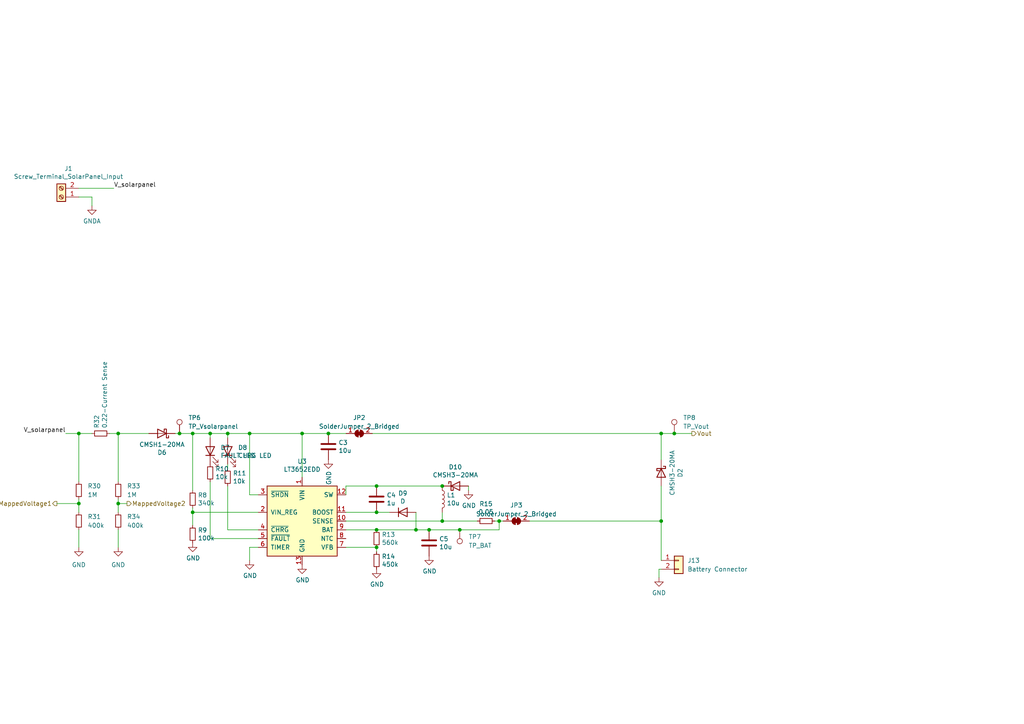
<source format=kicad_sch>
(kicad_sch (version 20211123) (generator eeschema)
  (paper "A4")
  (lib_symbols
    (symbol "Battery_Management:LT3652EDD" (pin_names (offset 1.016))
      (property "Reference" "U" (at -8.382 11.43 0))
      (property "Value" "LT3652EDD" (at 1.778 11.684 0))
      (symbol "LT3652EDD_0_1"
        (rectangle (start -10.16 10.16) (end 10.16 -10.16) (stroke (width 0.254)) (fill (type background)))
      )
      (symbol "LT3652EDD_1_1"
        (pin power_in line (at 0 12.7 270) (length 2.54) (name "VIN") (number "1"))
        (pin input line (at 12.7 0 180) (length 2.54) (name "SENSE") (number "10"))
        (pin input line (at 12.7 2.54 180) (length 2.54) (name "BOOST") (number "11"))
        (pin output line (at 12.7 7.62 180) (length 2.54) (name "SW") (number "12"))
        (pin power_in line (at 0 -12.7 90) (length 2.54) (name "GND") (number "13"))
        (pin input line (at -12.7 2.54 0) (length 2.54) (name "VIN_REG") (number "2"))
        (pin input line (at -12.7 7.62 0) (length 2.54) (name "~{SHDN}") (number "3"))
        (pin open_collector line (at -12.7 -2.54 0) (length 2.54) (name "~{CHRG}") (number "4"))
        (pin open_collector line (at -12.7 -5.08 0) (length 2.54) (name "~{FAULT}") (number "5"))
        (pin output line (at -12.7 -7.62 0) (length 2.54) (name "TIMER") (number "6"))
        (pin input line (at 12.7 -7.62 180) (length 2.54) (name "VFB") (number "7"))
        (pin input line (at 12.7 -5.08 180) (length 2.54) (name "NTC") (number "8"))
        (pin output line (at 12.7 -2.54 180) (length 2.54) (name "BAT") (number "9"))
      )
    )
    (symbol "Connector:Screw_Terminal_01x02" (pin_names (offset 1.016) hide)
      (property "Reference" "J" (at 0 2.54 0))
      (property "Value" "Screw_Terminal_01x02" (at 0 -5.08 0))
      (symbol "Screw_Terminal_01x02_1_1"
        (rectangle (start -1.27 1.27) (end 1.27 -3.81) (stroke (width 0.254)) (fill (type background)))
        (circle (center 0 -2.54) (radius 0.635) (stroke (width 0.1524)))
        (polyline (pts (xy -0.5334 -2.2098) (xy 0.3302 -3.048)) (stroke (width 0.1524)))
        (polyline (pts (xy -0.5334 0.3302) (xy 0.3302 -0.508)) (stroke (width 0.1524)))
        (polyline (pts (xy -0.3556 -2.032) (xy 0.508 -2.8702)) (stroke (width 0.1524)))
        (polyline (pts (xy -0.3556 0.508) (xy 0.508 -0.3302)) (stroke (width 0.1524)))
        (circle (center 0 0) (radius 0.635) (stroke (width 0.1524)))
        (pin passive line (at -5.08 0 0) (length 3.81) (name "Pin_1") (number "1"))
        (pin passive line (at -5.08 -2.54 0) (length 3.81) (name "Pin_2") (number "2"))
      )
    )
    (symbol "Connector:TestPoint" (pin_numbers hide) (pin_names (offset 0.762) hide)
      (property "Reference" "TP" (at 0 6.858 0))
      (property "Value" "TestPoint" (at 0 5.08 0))
      (symbol "TestPoint_0_1"
        (circle (center 0 3.302) (radius 0.762))
      )
      (symbol "TestPoint_1_1"
        (pin passive line (at 0 0 90) (length 2.54) (name "1") (number "1"))
      )
    )
    (symbol "Connector_Generic:Conn_01x02" (pin_names (offset 1.016) hide)
      (property "Reference" "J" (at 0 2.54 0))
      (property "Value" "Conn_01x02" (at 0 -5.08 0))
      (symbol "Conn_01x02_1_1"
        (rectangle (start -1.27 -2.413) (end 0 -2.667) (stroke (width 0.1524)))
        (rectangle (start -1.27 0.127) (end 0 -0.127) (stroke (width 0.1524)))
        (rectangle (start -1.27 1.27) (end 1.27 -3.81) (stroke (width 0.254)) (fill (type background)))
        (pin passive line (at -5.08 0 0) (length 3.81) (name "Pin_1") (number "1"))
        (pin passive line (at -5.08 -2.54 0) (length 3.81) (name "Pin_2") (number "2"))
      )
    )
    (symbol "Device:C" (pin_numbers hide) (pin_names (offset 0.254))
      (property "Reference" "C" (at 0.635 2.54 0))
      (property "Value" "C" (at 0.635 -2.54 0))
      (symbol "C_0_1"
        (polyline (pts (xy -2.032 -0.762) (xy 2.032 -0.762)) (stroke (width 0.508)))
        (polyline (pts (xy -2.032 0.762) (xy 2.032 0.762)) (stroke (width 0.508)))
      )
      (symbol "C_1_1"
        (pin passive line (at 0 3.81 270) (length 2.794) (name "~") (number "1"))
        (pin passive line (at 0 -3.81 90) (length 2.794) (name "~") (number "2"))
      )
    )
    (symbol "Device:D" (pin_numbers hide) (pin_names (offset 1.016) hide)
      (property "Reference" "D" (at 0 2.54 0))
      (property "Value" "D" (at 0 -2.54 0))
      (symbol "D_0_1"
        (polyline (pts (xy -1.27 1.27) (xy -1.27 -1.27)) (stroke (width 0.254)))
        (polyline (pts (xy 1.27 0) (xy -1.27 0)))
        (polyline (pts (xy 1.27 1.27) (xy 1.27 -1.27) (xy -1.27 0) (xy 1.27 1.27)) (stroke (width 0.254)))
      )
      (symbol "D_1_1"
        (pin passive line (at -3.81 0 0) (length 2.54) (name "K") (number "1"))
        (pin passive line (at 3.81 0 180) (length 2.54) (name "A") (number "2"))
      )
    )
    (symbol "Device:D_Schottky" (pin_numbers hide) (pin_names (offset 1.016) hide)
      (property "Reference" "D" (at 0 2.54 0))
      (property "Value" "D_Schottky" (at 0 -2.54 0))
      (symbol "D_Schottky_0_1"
        (polyline (pts (xy 1.27 0) (xy -1.27 0)))
        (polyline (pts (xy 1.27 1.27) (xy 1.27 -1.27) (xy -1.27 0) (xy 1.27 1.27)) (stroke (width 0.254)))
        (polyline (pts (xy -1.905 0.635) (xy -1.905 1.27) (xy -1.27 1.27) (xy -1.27 -1.27) (xy -0.635 -1.27) (xy -0.635 -0.635)) (stroke (width 0.254)))
      )
      (symbol "D_Schottky_1_1"
        (pin passive line (at -3.81 0 0) (length 2.54) (name "K") (number "1"))
        (pin passive line (at 3.81 0 180) (length 2.54) (name "A") (number "2"))
      )
    )
    (symbol "Device:L" (pin_numbers hide) (pin_names (offset 1.016) hide)
      (property "Reference" "L" (at -1.27 0 90))
      (property "Value" "L" (at 1.905 0 90))
      (symbol "L_0_1"
        (arc (start 0 -2.54) (mid 0.635 -1.905) (end 0 -1.27))
        (arc (start 0 -1.27) (mid 0.635 -0.635) (end 0 0))
        (arc (start 0 0) (mid 0.635 0.635) (end 0 1.27))
        (arc (start 0 1.27) (mid 0.635 1.905) (end 0 2.54))
      )
      (symbol "L_1_1"
        (pin passive line (at 0 3.81 270) (length 1.27) (name "1") (number "1"))
        (pin passive line (at 0 -3.81 90) (length 1.27) (name "2") (number "2"))
      )
    )
    (symbol "Device:LED" (pin_numbers hide) (pin_names (offset 1.016) hide)
      (property "Reference" "D" (at 0 2.54 0))
      (property "Value" "LED" (at 0 -2.54 0))
      (symbol "LED_0_1"
        (polyline (pts (xy -1.27 -1.27) (xy -1.27 1.27)) (stroke (width 0.254)))
        (polyline (pts (xy -1.27 0) (xy 1.27 0)))
        (polyline (pts (xy 1.27 -1.27) (xy 1.27 1.27) (xy -1.27 0) (xy 1.27 -1.27)) (stroke (width 0.254)))
        (polyline (pts (xy -3.048 -0.762) (xy -4.572 -2.286) (xy -3.81 -2.286) (xy -4.572 -2.286) (xy -4.572 -1.524)))
        (polyline (pts (xy -1.778 -0.762) (xy -3.302 -2.286) (xy -2.54 -2.286) (xy -3.302 -2.286) (xy -3.302 -1.524)))
      )
      (symbol "LED_1_1"
        (pin passive line (at -3.81 0 0) (length 2.54) (name "K") (number "1"))
        (pin passive line (at 3.81 0 180) (length 2.54) (name "A") (number "2"))
      )
    )
    (symbol "Device:R_Small" (pin_numbers hide) (pin_names (offset 0.254) hide)
      (property "Reference" "R" (at 0.762 0.508 0))
      (property "Value" "R_Small" (at 0.762 -1.016 0))
      (symbol "R_Small_0_1"
        (rectangle (start -0.762 1.778) (end 0.762 -1.778) (stroke (width 0.2032)))
      )
      (symbol "R_Small_1_1"
        (pin passive line (at 0 2.54 270) (length 0.762) (name "~") (number "1"))
        (pin passive line (at 0 -2.54 90) (length 0.762) (name "~") (number "2"))
      )
    )
    (symbol "Jumper:SolderJumper_2_Bridged" (pin_names (offset 0) hide)
      (property "Reference" "JP" (at 0 2.032 0))
      (property "Value" "SolderJumper_2_Bridged" (at 0 -2.54 0))
      (symbol "SolderJumper_2_Bridged_0_1"
        (rectangle (start -0.508 0.508) (end 0.508 -0.508) (fill (type outline)))
        (arc (start -0.254 1.016) (mid -1.27 0) (end -0.254 -1.016))
        (arc (start -0.254 1.016) (mid -1.27 0) (end -0.254 -1.016) (fill (type outline)))
        (polyline (pts (xy -0.254 1.016) (xy -0.254 -1.016)))
        (polyline (pts (xy 0.254 1.016) (xy 0.254 -1.016)))
        (arc (start 0.254 -1.016) (mid 1.27 0) (end 0.254 1.016))
        (arc (start 0.254 -1.016) (mid 1.27 0) (end 0.254 1.016) (fill (type outline)))
      )
      (symbol "SolderJumper_2_Bridged_1_1"
        (pin passive line (at -3.81 0 0) (length 2.54) (name "A") (number "1"))
        (pin passive line (at 3.81 0 180) (length 2.54) (name "B") (number "2"))
      )
    )
    (symbol "power:GND" (power) (pin_names (offset 0))
      (property "Value" "GND" (at 0 -3.81 0))
      (symbol "GND_0_1"
        (polyline (pts (xy 0 0) (xy 0 -1.27) (xy 1.27 -1.27) (xy 0 -2.54) (xy -1.27 -1.27) (xy 0 -1.27)))
      )
      (symbol "GND_1_1"
        (pin power_in line (at 0 0 270) (length 0) hide (name "GND") (number "1"))
      )
    )
    (symbol "power:GNDA" (power) (pin_names (offset 0))
      (property "Value" "GNDA" (at 0 -3.81 0))
      (symbol "GNDA_0_1"
        (polyline (pts (xy 0 0) (xy 0 -1.27) (xy 1.27 -1.27) (xy 0 -2.54) (xy -1.27 -1.27) (xy 0 -1.27)))
      )
      (symbol "GNDA_1_1"
        (pin power_in line (at 0 0 270) (length 0) hide (name "GNDA") (number "1"))
      )
    )
  )
  (junction (at 124.46 153.67))
  (junction (at 191.77 125.73))
  (junction (at 195.58 125.73))
  (junction (at 128.27 151.13))
  (junction (at 34.29 146.05))
  (junction (at 109.22 140.97))
  (junction (at 55.88 148.59))
  (junction (at 66.04 125.73))
  (junction (at 22.86 146.05))
  (junction (at 109.22 158.75))
  (junction (at 109.22 153.67))
  (junction (at 52.07 125.73))
  (junction (at 87.63 125.73))
  (junction (at 55.88 125.73))
  (junction (at 128.27 140.97))
  (junction (at 133.35 153.67))
  (junction (at 60.96 125.73))
  (junction (at 191.77 151.13))
  (junction (at 34.29 125.73))
  (junction (at 144.78 151.13))
  (junction (at 22.86 125.73))
  (junction (at 109.22 148.59))
  (junction (at 120.65 153.67))
  (junction (at 95.25 125.73))
  (junction (at 72.39 125.73))
  (wire (pts (xy 100.33 151.13) (xy 128.27 151.13)))
  (wire (pts (xy 153.5684 151.13) (xy 191.77 151.13)))
  (wire (pts (xy 95.25 125.73) (xy 100.3808 125.73)))
  (wire (pts (xy 34.29 125.73) (xy 34.29 139.7)))
  (wire (pts (xy 55.88 125.73) (xy 60.96 125.73)))
  (wire (pts (xy 22.86 146.05) (xy 22.86 148.59)))
  (wire (pts (xy 66.04 140.97) (xy 66.04 153.67)))
  (wire (pts (xy 66.04 125.73) (xy 66.04 127)))
  (wire (pts (xy 120.65 153.67) (xy 120.65 148.59)))
  (wire (pts (xy 128.27 151.13) (xy 138.43 151.13)))
  (wire (pts (xy 60.96 139.7) (xy 60.96 156.21)))
  (wire (pts (xy 74.93 158.75) (xy 72.39 158.75)))
  (wire (pts (xy 22.86 54.61) (xy 33.02 54.61)))
  (wire (pts (xy 143.51 151.13) (xy 144.78 151.13)))
  (wire (pts (xy 100.33 148.59) (xy 109.22 148.59)))
  (wire (pts (xy 191.77 125.73) (xy 191.77 133.35)))
  (wire (pts (xy 34.29 153.67) (xy 34.29 158.75)))
  (wire (pts (xy 66.04 153.67) (xy 74.93 153.67)))
  (wire (pts (xy 113.03 148.59) (xy 109.22 148.59)))
  (wire (pts (xy 133.35 153.67) (xy 144.78 153.67)))
  (wire (pts (xy 100.33 140.97) (xy 109.22 140.97)))
  (wire (pts (xy 19.05 125.73) (xy 22.86 125.73)))
  (wire (pts (xy 124.46 153.67) (xy 133.35 153.67)))
  (wire (pts (xy 34.29 144.78) (xy 34.29 146.05)))
  (wire (pts (xy 55.88 148.59) (xy 55.88 152.4)))
  (wire (pts (xy 109.22 153.67) (xy 120.65 153.67)))
  (wire (pts (xy 109.22 158.75) (xy 100.33 158.75)))
  (wire (pts (xy 191.77 140.97) (xy 191.77 151.13)))
  (wire (pts (xy 66.04 125.73) (xy 72.39 125.73)))
  (wire (pts (xy 191.77 125.73) (xy 195.58 125.73)))
  (wire (pts (xy 191.135 165.1) (xy 191.135 167.513)))
  (wire (pts (xy 128.27 148.59) (xy 128.27 151.13)))
  (wire (pts (xy 74.93 143.51) (xy 72.39 143.51)))
  (wire (pts (xy 135.89 142.24) (xy 135.89 140.97)))
  (wire (pts (xy 191.77 151.13) (xy 191.77 162.56)))
  (wire (pts (xy 22.86 144.78) (xy 22.86 146.05)))
  (wire (pts (xy 100.33 143.51) (xy 100.33 140.97)))
  (wire (pts (xy 144.78 151.13) (xy 144.78 153.67)))
  (wire (pts (xy 72.39 158.75) (xy 72.39 162.56)))
  (wire (pts (xy 22.86 57.15) (xy 26.67 57.15)))
  (wire (pts (xy 22.86 125.73) (xy 22.86 139.7)))
  (wire (pts (xy 31.75 125.73) (xy 34.29 125.73)))
  (wire (pts (xy 55.88 147.32) (xy 55.88 148.59)))
  (wire (pts (xy 36.83 146.05) (xy 34.29 146.05)))
  (wire (pts (xy 55.88 148.59) (xy 74.93 148.59)))
  (wire (pts (xy 87.63 125.73) (xy 95.25 125.73)))
  (wire (pts (xy 72.39 143.51) (xy 72.39 125.73)))
  (wire (pts (xy 60.96 125.73) (xy 66.04 125.73)))
  (wire (pts (xy 100.33 153.67) (xy 109.22 153.67)))
  (wire (pts (xy 22.86 153.67) (xy 22.86 158.75)))
  (wire (pts (xy 120.65 153.67) (xy 124.46 153.67)))
  (wire (pts (xy 195.58 125.73) (xy 200.66 125.73)))
  (wire (pts (xy 26.67 57.15) (xy 26.67 59.69)))
  (wire (pts (xy 16.51 146.05) (xy 22.86 146.05)))
  (wire (pts (xy 34.29 125.73) (xy 43.18 125.73)))
  (wire (pts (xy 50.8 125.73) (xy 52.07 125.73)))
  (wire (pts (xy 34.29 146.05) (xy 34.29 148.59)))
  (wire (pts (xy 109.22 140.97) (xy 128.27 140.97)))
  (wire (pts (xy 55.88 125.73) (xy 55.88 142.24)))
  (wire (pts (xy 52.07 125.73) (xy 55.88 125.73)))
  (wire (pts (xy 60.96 125.73) (xy 60.96 127)))
  (wire (pts (xy 66.04 134.62) (xy 66.04 135.89)))
  (wire (pts (xy 191.77 165.1) (xy 191.135 165.1)))
  (wire (pts (xy 144.78 151.13) (xy 145.9484 151.13)))
  (wire (pts (xy 22.86 125.73) (xy 26.67 125.73)))
  (wire (pts (xy 60.96 156.21) (xy 74.93 156.21)))
  (wire (pts (xy 87.63 125.73) (xy 87.63 138.43)))
  (wire (pts (xy 108.0008 125.73) (xy 191.77 125.73)))
  (wire (pts (xy 109.22 158.75) (xy 109.22 160.02)))
  (wire (pts (xy 72.39 125.73) (xy 87.63 125.73)))
  (label "V_solarpanel" (at 33.02 54.61 0))
  (label "V_solarpanel" (at 19.05 125.73 180))
  (hierarchical_label "MappedVoltage1" (shape output) (at 16.51 146.05 180))
  (hierarchical_label "Vout" (shape output) (at 200.66 125.73 0))
  (hierarchical_label "MappedVoltage2" (shape output) (at 36.83 146.05 0))
  (symbol (lib_id "Battery_Management:LT3652EDD") (at 87.63 151.13 0) (unit 1)
    (property "Reference" "U3" (at 87.63 133.8326 0))
    (property "Value" "LT3652EDD" (at 87.63 136.144 0))
    (property "Footprint" "Package_DFN_QFN:DFN-12-1EP_3x3mm_P0.45mm_EP1.66x2.38mm" (effects hide))
    (property "Datasheet" "https://www.analog.com/media/en/technical-documentation/data-sheets/3652fe.pdf" (effects hide))
  )
  (symbol (lib_id "Connector:Screw_Terminal_01x02") (at 17.78 57.15 180) (unit 1)
    (property "Reference" "J1" (at 19.8628 48.895 0))
    (property "Value" "Screw_Terminal_SolarPanel_Input" (at 19.8628 51.2064 0))
    (property "Footprint" "TerminalBlock_TE-Connectivity:TerminalBlock_TE_282834-2_1x02_P2.54mm_Horizontal" (effects hide))
  )
  (symbol (lib_id "power:GND") (at 87.63 163.83 0) (unit 1)
    (property "Reference" "#PWR0146" (effects hide))
    (property "Value" "GND" (at 87.757 168.2242 0))
  )
  (symbol (lib_id "Device:R_Small") (at 55.88 144.78 0) (unit 1)
    (property "Reference" "R8" (at 57.3786 143.6116 0) (effects (justify left)))
    (property "Value" "340k" (at 57.3786 145.923 0) (effects (justify left)))
    (property "Footprint" "Resistor_SMD:R_0603_1608Metric" (effects hide))
  )
  (symbol (lib_id "Device:R_Small") (at 55.88 154.94 0) (unit 1)
    (property "Reference" "R9" (at 57.3786 153.7716 0) (effects (justify left)))
    (property "Value" "100k" (at 57.3786 156.083 0) (effects (justify left)))
    (property "Footprint" "Resistor_SMD:R_0603_1608Metric" (effects hide))
  )
  (symbol (lib_id "Device:C") (at 95.25 129.54 180) (unit 1)
    (property "Reference" "C3" (at 98.171 128.3716 0) (effects (justify right)))
    (property "Value" "10u" (at 98.171 130.683 0) (effects (justify right)))
    (property "Footprint" "Capacitor_SMD:C_0603_1608Metric" (effects hide))
  )
  (symbol (lib_id "Device:R_Small") (at 60.96 137.16 0) (unit 1)
    (property "Reference" "R10" (at 62.4586 135.9916 0) (effects (justify left)))
    (property "Value" "10k" (at 62.4586 138.303 0) (effects (justify left)))
    (property "Footprint" "Resistor_SMD:R_0603_1608Metric" (effects hide))
  )
  (symbol (lib_id "power:GND") (at 95.25 133.35 0) (unit 1)
    (property "Reference" "#PWR0147" (effects hide))
    (property "Value" "GND" (at 95.377 136.6012 90) (effects (justify right)))
  )
  (symbol (lib_id "Device:LED") (at 60.96 130.81 90) (unit 1)
    (property "Reference" "D7" (at 63.9572 129.8194 90) (effects (justify right)))
    (property "Value" "FAULT LED" (at 63.9572 132.1308 90) (effects (justify right)))
    (property "Footprint" "LED_SMD:LED_0603_1608Metric" (effects hide))
  )
  (symbol (lib_id "Device:R_Small") (at 66.04 138.43 0) (unit 1)
    (property "Reference" "R11" (at 67.5386 137.2616 0) (effects (justify left)))
    (property "Value" "10k" (at 67.5386 139.573 0) (effects (justify left)))
    (property "Footprint" "Resistor_SMD:R_0603_1608Metric" (effects hide))
  )
  (symbol (lib_id "Device:LED") (at 66.04 130.81 90) (unit 1)
    (property "Reference" "D8" (at 69.0372 129.8194 90) (effects (justify right)))
    (property "Value" "CHRG LED" (at 69.0372 132.1308 90) (effects (justify right)))
    (property "Footprint" "LED_SMD:LED_0603_1608Metric" (effects hide))
  )
  (symbol (lib_id "power:GND") (at 55.88 157.48 0) (unit 1)
    (property "Reference" "#PWR0148" (effects hide))
    (property "Value" "GND" (at 56.007 161.8742 0))
  )
  (symbol (lib_id "power:GND") (at 72.39 162.56 0) (unit 1)
    (property "Reference" "#PWR0149" (effects hide))
    (property "Value" "GND" (at 72.517 166.9542 0))
  )
  (symbol (lib_id "Device:R_Small") (at 109.22 156.21 0) (unit 1)
    (property "Reference" "R13" (at 110.7186 155.0416 0) (effects (justify left)))
    (property "Value" "560k" (at 110.7186 157.353 0) (effects (justify left)))
    (property "Footprint" "Resistor_SMD:R_0603_1608Metric" (effects hide))
  )
  (symbol (lib_id "Device:R_Small") (at 109.22 162.56 0) (unit 1)
    (property "Reference" "R14" (at 110.7186 161.3916 0) (effects (justify left)))
    (property "Value" "450k" (at 110.7186 163.703 0) (effects (justify left)))
    (property "Footprint" "Resistor_SMD:R_0603_1608Metric" (effects hide))
  )
  (symbol (lib_id "power:GND") (at 109.22 165.1 0) (unit 1)
    (property "Reference" "#PWR0150" (effects hide))
    (property "Value" "GND" (at 109.347 169.4942 0))
  )
  (symbol (lib_id "Device:C") (at 124.46 157.48 180) (unit 1)
    (property "Reference" "C5" (at 127.381 156.3116 0) (effects (justify right)))
    (property "Value" "10u" (at 127.381 158.623 0) (effects (justify right)))
    (property "Footprint" "Capacitor_SMD:C_0603_1608Metric" (effects hide))
  )
  (symbol (lib_id "power:GND") (at 124.46 161.29 0) (unit 1)
    (property "Reference" "#PWR0102" (effects hide))
    (property "Value" "GND" (at 124.587 165.6842 0))
  )
  (symbol (lib_id "Device:R_Small") (at 140.97 151.13 90) (unit 1)
    (property "Reference" "R15" (at 140.97 146.1516 90))
    (property "Value" "0.05" (at 140.97 148.463 90))
    (property "Footprint" "Resistor_SMD:R_0603_1608Metric" (effects hide))
  )
  (symbol (lib_id "Device:C") (at 109.22 144.78 180) (unit 1)
    (property "Reference" "C4" (at 112.141 143.6116 0) (effects (justify right)))
    (property "Value" "1u" (at 112.141 145.923 0) (effects (justify right)))
    (property "Footprint" "Capacitor_SMD:C_0603_1608Metric" (effects hide))
  )
  (symbol (lib_id "Device:D") (at 116.84 148.59 0) (unit 1)
    (property "Reference" "D9" (at 116.84 143.0782 0))
    (property "Value" "D" (at 116.84 145.3896 0))
    (property "Footprint" "Diode_SMD:D_SOD-128" (effects hide))
  )
  (symbol (lib_id "Device:L") (at 128.27 144.78 0) (unit 1)
    (property "Reference" "L1" (at 129.5908 143.6116 0) (effects (justify left)))
    (property "Value" "10u" (at 129.5908 145.923 0) (effects (justify left)))
    (property "Footprint" "Inductor_SMD:L_0603_1608Metric" (effects hide))
  )
  (symbol (lib_id "Device:D_Schottky") (at 132.08 140.97 0) (unit 1)
    (property "Reference" "D10" (at 132.08 135.4582 0))
    (property "Value" "CMSH3-20MA" (at 132.08 137.7696 0))
    (property "Footprint" "Diode_SMD:D_SOD-128" (effects hide))
  )
  (symbol (lib_id "power:GND") (at 135.89 142.24 0) (unit 1)
    (property "Reference" "#PWR0115" (effects hide))
    (property "Value" "GND" (at 136.017 146.6342 0))
  )
  (symbol (lib_id "Device:D_Schottky") (at 46.99 125.73 180) (unit 1)
    (property "Reference" "D6" (at 46.99 131.2418 0))
    (property "Value" "CMSH1-20MA" (at 46.99 128.9304 0))
    (property "Footprint" "Diode_SMD:D_SOD-128" (effects hide))
  )
  (symbol (lib_id "power:GND") (at 34.29 158.75 0) (unit 1)
    (property "Reference" "#PWR05" (effects hide))
    (property "Value" "GND" (at 34.29 163.83 0))
  )
  (symbol (lib_id "Device:R_Small") (at 34.29 142.24 0) (unit 1)
    (property "Reference" "R33" (at 36.83 140.9699 0) (effects (justify left)))
    (property "Value" "1M" (at 36.83 143.5099 0) (effects (justify left)))
    (property "Footprint" "Resistor_SMD:R_0603_1608Metric" (effects hide))
  )
  (symbol (lib_id "power:GNDA") (at 26.67 59.69 0) (unit 1)
    (property "Reference" "#PWR0145" (effects hide))
    (property "Value" "GNDA" (at 26.67 64.1334 0))
  )
  (symbol (lib_id "Jumper:SolderJumper_2_Bridged") (at 149.7584 151.13 0) (unit 1)
    (property "Reference" "JP3" (at 149.7584 146.5412 0))
    (property "Value" "SolderJumper_2_Bridged" (at 149.7584 149.0781 0))
    (property "Footprint" "Jumper:SolderJumper-2_P1.3mm_Bridged_RoundedPad1.0x1.5mm" (effects hide))
  )
  (symbol (lib_id "power:GND") (at 191.135 167.513 0) (unit 1)
    (property "Reference" "#PWR0103" (effects hide))
    (property "Value" "GND" (at 191.135 171.9564 0))
  )
  (symbol (lib_id "Device:R_Small") (at 22.86 142.24 0) (unit 1)
    (property "Reference" "R30" (at 25.4 140.9699 0) (effects (justify left)))
    (property "Value" "1M" (at 25.4 143.5099 0) (effects (justify left)))
    (property "Footprint" "Resistor_SMD:R_0603_1608Metric" (effects hide))
  )
  (symbol (lib_id "Device:R_Small") (at 29.21 125.73 90) (unit 1)
    (property "Reference" "R32" (at 28.0416 124.2314 0) (effects (justify left)))
    (property "Value" "0.22-Current Sense" (at 30.353 124.2314 0) (effects (justify left)))
    (property "Footprint" "Resistor_SMD:R_0603_1608Metric" (effects hide))
  )
  (symbol (lib_id "Device:D_Schottky") (at 191.77 137.16 270) (unit 1)
    (property "Reference" "D2" (at 197.2818 137.16 0))
    (property "Value" "CMSH3-20MA" (at 194.9704 137.16 0))
    (property "Footprint" "Diode_SMD:D_SOD-128" (effects hide))
  )
  (symbol (lib_id "Device:R_Small") (at 34.29 151.13 0) (unit 1)
    (property "Reference" "R34" (at 36.83 149.8599 0) (effects (justify left)))
    (property "Value" "400k" (at 36.83 152.3999 0) (effects (justify left)))
    (property "Footprint" "Resistor_SMD:R_0603_1608Metric" (effects hide))
  )
  (symbol (lib_id "Connector_Generic:Conn_01x02") (at 196.85 162.56 0) (unit 1)
    (property "Reference" "J13" (at 199.39 162.5599 0) (effects (justify left)))
    (property "Value" "Battery Connector" (at 199.39 165.0999 0) (effects (justify left)))
    (property "Footprint" "Connector_JST:JST_ACH_BM02B-ACHSS-GAN-ETF_1x02-1MP_P1.20mm_Vertical" (effects hide))
  )
  (symbol (lib_id "Connector:TestPoint") (at 133.35 153.67 180) (unit 1)
    (property "Reference" "TP7" (at 135.89 155.7019 0) (effects (justify right)))
    (property "Value" "TP_BAT" (at 135.89 158.2419 0) (effects (justify right)))
    (property "Footprint" "TestPoint:TestPoint_Pad_D1.0mm" (effects hide))
  )
  (symbol (lib_id "Connector:TestPoint") (at 195.58 125.73 0) (unit 1)
    (property "Reference" "TP8" (at 198.12 121.1579 0) (effects (justify left)))
    (property "Value" "TP_Vout" (at 198.12 123.6979 0) (effects (justify left)))
    (property "Footprint" "TestPoint:TestPoint_Pad_D1.0mm" (effects hide))
  )
  (symbol (lib_id "power:GND") (at 22.86 158.75 0) (unit 1)
    (property "Reference" "#PWR04" (effects hide))
    (property "Value" "GND" (at 22.86 163.83 0))
  )
  (symbol (lib_id "Connector:TestPoint") (at 52.07 125.73 0) (unit 1)
    (property "Reference" "TP6" (at 54.61 121.1579 0) (effects (justify left)))
    (property "Value" "TP_Vsolarpanel" (at 54.61 123.6979 0) (effects (justify left)))
    (property "Footprint" "TestPoint:TestPoint_Pad_D1.0mm" (effects hide))
  )
  (symbol (lib_id "Device:R_Small") (at 22.86 151.13 0) (unit 1)
    (property "Reference" "R31" (at 25.4 149.8599 0) (effects (justify left)))
    (property "Value" "400k" (at 25.4 152.3999 0) (effects (justify left)))
    (property "Footprint" "Resistor_SMD:R_0603_1608Metric" (effects hide))
  )
  (symbol (lib_id "Jumper:SolderJumper_2_Bridged") (at 104.1908 125.73 0) (unit 1)
    (property "Reference" "JP2" (at 104.1908 121.1412 0))
    (property "Value" "SolderJumper_2_Bridged" (at 104.1908 123.6781 0))
    (property "Footprint" "Jumper:SolderJumper-2_P1.3mm_Bridged_RoundedPad1.0x1.5mm" (effects hide))
  )
)
</source>
